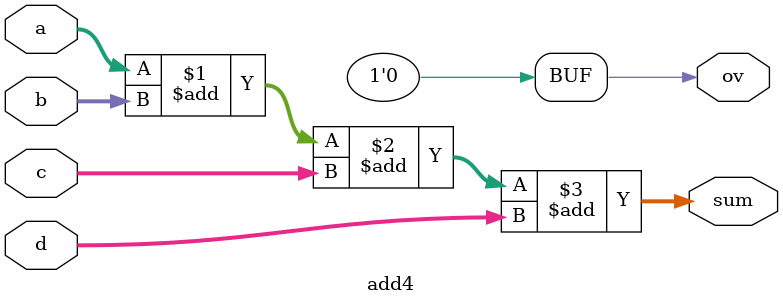
<source format=v>
module add4(a, b, c, d, sum, ov);

	input [3:0] a, b, c, d;
	output [4:0] sum;
	output ov;
	
	assign sum = a + b + c + d;
	assign ov = 1'b0;
		
endmodule

</source>
